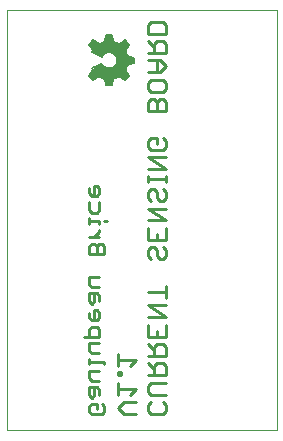
<source format=gbo>
G75*
%MOIN*%
%OFA0B0*%
%FSLAX24Y24*%
%IPPOS*%
%LPD*%
%AMOC8*
5,1,8,0,0,1.08239X$1,22.5*
%
%ADD10C,0.0000*%
%ADD11C,0.0110*%
%ADD12C,0.0090*%
%ADD13C,0.0060*%
D10*
X000180Y000317D02*
X000180Y014317D01*
X009180Y014317D01*
X009180Y000317D01*
X000180Y000317D01*
D11*
X003885Y001069D02*
X004082Y001265D01*
X004476Y001265D01*
X004279Y001516D02*
X004476Y001713D01*
X003885Y001713D01*
X003885Y001516D02*
X003885Y001910D01*
X003885Y002161D02*
X003885Y002259D01*
X003983Y002259D01*
X003983Y002161D01*
X003885Y002161D01*
X003885Y002483D02*
X003885Y002877D01*
X003885Y002680D02*
X004476Y002680D01*
X004279Y002483D01*
X004885Y002554D02*
X005082Y002358D01*
X005082Y002456D02*
X005082Y002161D01*
X004983Y001910D02*
X005476Y001910D01*
X005476Y002161D02*
X005476Y002456D01*
X005377Y002554D01*
X005180Y002554D01*
X005082Y002456D01*
X004885Y002161D02*
X005476Y002161D01*
X005476Y001516D02*
X004983Y001516D01*
X004885Y001615D01*
X004885Y001811D01*
X004983Y001910D01*
X004983Y001265D02*
X004885Y001167D01*
X004885Y000970D01*
X004983Y000872D01*
X005377Y000872D01*
X005476Y000970D01*
X005476Y001167D01*
X005377Y001265D01*
X004476Y000872D02*
X004082Y000872D01*
X003885Y001069D01*
X004885Y002805D02*
X005476Y002805D01*
X005476Y003101D01*
X005377Y003199D01*
X005180Y003199D01*
X005082Y003101D01*
X005082Y002805D01*
X005082Y003002D02*
X004885Y003199D01*
X004885Y003450D02*
X004885Y003844D01*
X004885Y004094D02*
X005476Y004094D01*
X004885Y004488D01*
X005476Y004488D01*
X005476Y004739D02*
X005476Y005133D01*
X005476Y004936D02*
X004885Y004936D01*
X004983Y006028D02*
X004885Y006126D01*
X004885Y006323D01*
X004983Y006422D01*
X005082Y006422D01*
X005180Y006323D01*
X005180Y006126D01*
X005279Y006028D01*
X005377Y006028D01*
X005476Y006126D01*
X005476Y006323D01*
X005377Y006422D01*
X005476Y006673D02*
X004885Y006673D01*
X004885Y007066D01*
X004885Y007317D02*
X005476Y007317D01*
X004885Y007711D01*
X005476Y007711D01*
X005377Y007962D02*
X005279Y007962D01*
X005180Y008060D01*
X005180Y008257D01*
X005082Y008355D01*
X004983Y008355D01*
X004885Y008257D01*
X004885Y008060D01*
X004983Y007962D01*
X005377Y007962D02*
X005476Y008060D01*
X005476Y008257D01*
X005377Y008355D01*
X005476Y008606D02*
X005476Y008803D01*
X005476Y008705D02*
X004885Y008705D01*
X004885Y008803D02*
X004885Y008606D01*
X004885Y009036D02*
X005476Y009036D01*
X004885Y009430D01*
X005476Y009430D01*
X005377Y009681D02*
X004983Y009681D01*
X004885Y009779D01*
X004885Y009976D01*
X004983Y010074D01*
X005180Y010074D01*
X005180Y009877D01*
X005377Y009681D02*
X005476Y009779D01*
X005476Y009976D01*
X005377Y010074D01*
X005476Y010970D02*
X004885Y010970D01*
X004885Y011265D01*
X004983Y011363D01*
X005082Y011363D01*
X005180Y011265D01*
X005180Y010970D01*
X005180Y011265D02*
X005279Y011363D01*
X005377Y011363D01*
X005476Y011265D01*
X005476Y010970D01*
X005377Y011614D02*
X004983Y011614D01*
X004885Y011713D01*
X004885Y011909D01*
X004983Y012008D01*
X005377Y012008D01*
X005476Y011909D01*
X005476Y011713D01*
X005377Y011614D01*
X005279Y012259D02*
X005476Y012456D01*
X005279Y012652D01*
X004885Y012652D01*
X004885Y012903D02*
X005476Y012903D01*
X005476Y013199D01*
X005377Y013297D01*
X005180Y013297D01*
X005082Y013199D01*
X005082Y012903D01*
X005082Y013100D02*
X004885Y013297D01*
X004885Y013548D02*
X004885Y013843D01*
X004983Y013941D01*
X005377Y013941D01*
X005476Y013843D01*
X005476Y013548D01*
X004885Y013548D01*
X005180Y012652D02*
X005180Y012259D01*
X005279Y012259D02*
X004885Y012259D01*
X005476Y007066D02*
X005476Y006673D01*
X005180Y006673D02*
X005180Y006869D01*
X005476Y003844D02*
X005476Y003450D01*
X004885Y003450D01*
X005180Y003450D02*
X005180Y003647D01*
D12*
X003435Y002604D02*
X002925Y002604D01*
X002925Y002519D02*
X002925Y002689D01*
X003010Y002887D02*
X002925Y002972D01*
X002925Y003228D01*
X003265Y003228D01*
X003265Y003440D02*
X003265Y003695D01*
X003180Y003780D01*
X003010Y003780D01*
X002925Y003695D01*
X002925Y003440D01*
X002755Y003440D02*
X003265Y003440D01*
X003265Y002887D02*
X003010Y002887D01*
X003435Y002604D02*
X003435Y002519D01*
X003265Y002307D02*
X002925Y002307D01*
X002925Y002052D01*
X003010Y001967D01*
X003265Y001967D01*
X003180Y001754D02*
X002925Y001754D01*
X002925Y001499D01*
X003010Y001414D01*
X003095Y001499D01*
X003095Y001754D01*
X003180Y001754D02*
X003265Y001669D01*
X003265Y001499D01*
X003180Y001202D02*
X003010Y001202D01*
X002925Y001117D01*
X002925Y000947D01*
X003010Y000862D01*
X003350Y000862D01*
X003435Y000947D01*
X003435Y001117D01*
X003350Y001202D01*
X003180Y001202D02*
X003180Y001032D01*
X003180Y003992D02*
X003010Y003992D01*
X002925Y004077D01*
X002925Y004248D01*
X003095Y004333D02*
X003095Y003992D01*
X003180Y003992D02*
X003265Y004077D01*
X003265Y004248D01*
X003180Y004333D01*
X003095Y004333D01*
X003010Y004545D02*
X002925Y004630D01*
X002925Y004885D01*
X003180Y004885D01*
X003265Y004800D01*
X003265Y004630D01*
X003095Y004630D02*
X003095Y004885D01*
X003010Y005097D02*
X002925Y005182D01*
X002925Y005438D01*
X003265Y005438D01*
X003265Y005097D02*
X003010Y005097D01*
X003095Y004630D02*
X003010Y004545D01*
X002925Y006202D02*
X002925Y006457D01*
X003010Y006543D01*
X003095Y006543D01*
X003180Y006457D01*
X003180Y006202D01*
X002925Y006202D02*
X003435Y006202D01*
X003435Y006457D01*
X003350Y006543D01*
X003265Y006543D01*
X003180Y006457D01*
X003095Y006755D02*
X003265Y006925D01*
X003265Y007010D01*
X003265Y007215D02*
X003265Y007300D01*
X002925Y007300D01*
X002925Y007215D02*
X002925Y007385D01*
X003010Y007583D02*
X002925Y007668D01*
X002925Y007924D01*
X003010Y008136D02*
X002925Y008221D01*
X002925Y008391D01*
X003010Y008136D02*
X003180Y008136D01*
X003265Y008221D01*
X003265Y008391D01*
X003180Y008476D01*
X003095Y008476D01*
X003095Y008136D01*
X003265Y007924D02*
X003265Y007668D01*
X003180Y007583D01*
X003010Y007583D01*
X003435Y007300D02*
X003521Y007300D01*
X003265Y006755D02*
X002925Y006755D01*
D13*
X003490Y011817D02*
X003690Y011817D01*
X003730Y012047D01*
X003701Y012075D02*
X003459Y012075D01*
X003480Y012067D02*
X003530Y011867D01*
X003680Y011867D01*
X003680Y012067D01*
X003930Y012167D01*
X004130Y012017D01*
X004130Y012017D01*
X004230Y012167D01*
X004080Y012317D01*
X004180Y012517D01*
X004380Y012567D01*
X004380Y012717D01*
X004180Y012767D01*
X004080Y012967D01*
X004230Y013167D01*
X004130Y013267D01*
X003930Y013167D01*
X003680Y013267D01*
X003680Y013467D01*
X003530Y013467D01*
X003480Y013217D01*
X003230Y013167D01*
X003080Y013267D01*
X002980Y013167D01*
X003080Y013017D01*
X003030Y012917D01*
X003330Y012817D01*
X003530Y012967D01*
X003780Y012917D01*
X003880Y012717D01*
X003880Y012517D01*
X003730Y012367D01*
X003430Y012367D01*
X003330Y012517D01*
X003080Y012367D01*
X003080Y012317D01*
X002980Y012167D01*
X003080Y012067D01*
X003230Y012167D01*
X003480Y012067D01*
X003450Y012037D02*
X003490Y011817D01*
X003522Y011900D02*
X003680Y011900D01*
X003680Y011958D02*
X003507Y011958D01*
X003492Y012017D02*
X003680Y012017D01*
X003848Y012134D02*
X003312Y012134D01*
X003250Y012117D02*
X003070Y011997D01*
X002930Y012137D01*
X003050Y012317D01*
X003010Y012387D01*
X003350Y012537D01*
X003351Y012485D02*
X003277Y012485D01*
X003179Y012426D02*
X003390Y012426D01*
X003429Y012368D02*
X003082Y012368D01*
X003075Y012309D02*
X004087Y012309D01*
X004120Y012327D02*
X004250Y012137D01*
X004110Y011997D01*
X003920Y012127D01*
X003974Y012134D02*
X004208Y012134D01*
X004204Y012192D02*
X002997Y012192D01*
X003013Y012134D02*
X003181Y012134D01*
X003093Y012075D02*
X003071Y012075D01*
X003036Y012251D02*
X004146Y012251D01*
X004106Y012368D02*
X003731Y012368D01*
X003790Y012426D02*
X004135Y012426D01*
X004164Y012485D02*
X003848Y012485D01*
X003880Y012543D02*
X004286Y012543D01*
X004190Y012507D02*
X004430Y012557D01*
X004430Y012747D01*
X004190Y012797D01*
X004175Y012777D02*
X003850Y012777D01*
X003879Y012719D02*
X004372Y012719D01*
X004380Y012660D02*
X003880Y012660D01*
X003880Y012602D02*
X004380Y012602D01*
X004145Y012836D02*
X003820Y012836D01*
X003791Y012894D02*
X004116Y012894D01*
X004087Y012953D02*
X003600Y012953D01*
X003511Y012953D02*
X003048Y012953D01*
X003050Y012997D02*
X003010Y012917D01*
X003350Y012777D01*
X003355Y012836D02*
X003273Y012836D01*
X003433Y012894D02*
X003097Y012894D01*
X003050Y012997D02*
X002930Y013177D01*
X003070Y013317D01*
X003250Y013187D01*
X003200Y013187D02*
X003000Y013187D01*
X003006Y013128D02*
X004201Y013128D01*
X004210Y013187D02*
X003970Y013187D01*
X003920Y013177D02*
X004110Y013317D01*
X004250Y013177D01*
X004120Y012977D01*
X004113Y013011D02*
X003077Y013011D01*
X003045Y013070D02*
X004157Y013070D01*
X004151Y013245D02*
X004087Y013245D01*
X003880Y013187D02*
X003330Y013187D01*
X003450Y013267D02*
X003490Y013487D01*
X003690Y013487D01*
X003730Y013267D01*
X003734Y013245D02*
X003486Y013245D01*
X003497Y013304D02*
X003680Y013304D01*
X003680Y013362D02*
X003509Y013362D01*
X003521Y013421D02*
X003680Y013421D01*
X003730Y013269D02*
X003770Y013257D01*
X003809Y013242D01*
X003847Y013224D01*
X003883Y013204D01*
X003918Y013182D01*
X003350Y012777D02*
X003366Y012805D01*
X003385Y012832D01*
X003407Y012855D01*
X003432Y012876D01*
X003460Y012894D01*
X003489Y012909D01*
X003520Y012919D01*
X003551Y012927D01*
X003584Y012930D01*
X003616Y012929D01*
X003649Y012925D01*
X003680Y012916D01*
X003710Y012904D01*
X003739Y012889D01*
X003766Y012870D01*
X003790Y012848D01*
X003811Y012824D01*
X003830Y012797D01*
X003845Y012768D01*
X003856Y012737D01*
X003864Y012706D01*
X003868Y012673D01*
X003868Y012641D01*
X003864Y012608D01*
X003856Y012577D01*
X003845Y012546D01*
X003830Y012517D01*
X003811Y012490D01*
X003790Y012466D01*
X003766Y012444D01*
X003739Y012425D01*
X003710Y012410D01*
X003680Y012398D01*
X003649Y012389D01*
X003616Y012385D01*
X003584Y012384D01*
X003551Y012387D01*
X003520Y012395D01*
X003489Y012405D01*
X003460Y012420D01*
X003432Y012438D01*
X003407Y012459D01*
X003385Y012482D01*
X003366Y012509D01*
X003350Y012537D01*
X004116Y012329D02*
X004139Y012371D01*
X004158Y012414D01*
X004175Y012459D01*
X004187Y012505D01*
X004169Y012075D02*
X004052Y012075D01*
X003434Y012039D02*
X003387Y012054D01*
X003341Y012072D01*
X003297Y012094D01*
X003255Y012119D01*
X003732Y012045D02*
X003772Y012056D01*
X003811Y012070D01*
X003848Y012086D01*
X003885Y012105D01*
X003920Y012126D01*
X003451Y013266D02*
X003409Y013256D01*
X003368Y013243D01*
X003328Y013227D01*
X003289Y013208D01*
X003252Y013186D01*
X003112Y013245D02*
X003059Y013245D01*
X004120Y012976D02*
X004143Y012933D01*
X004163Y012889D01*
X004179Y012843D01*
X004191Y012797D01*
M02*

</source>
